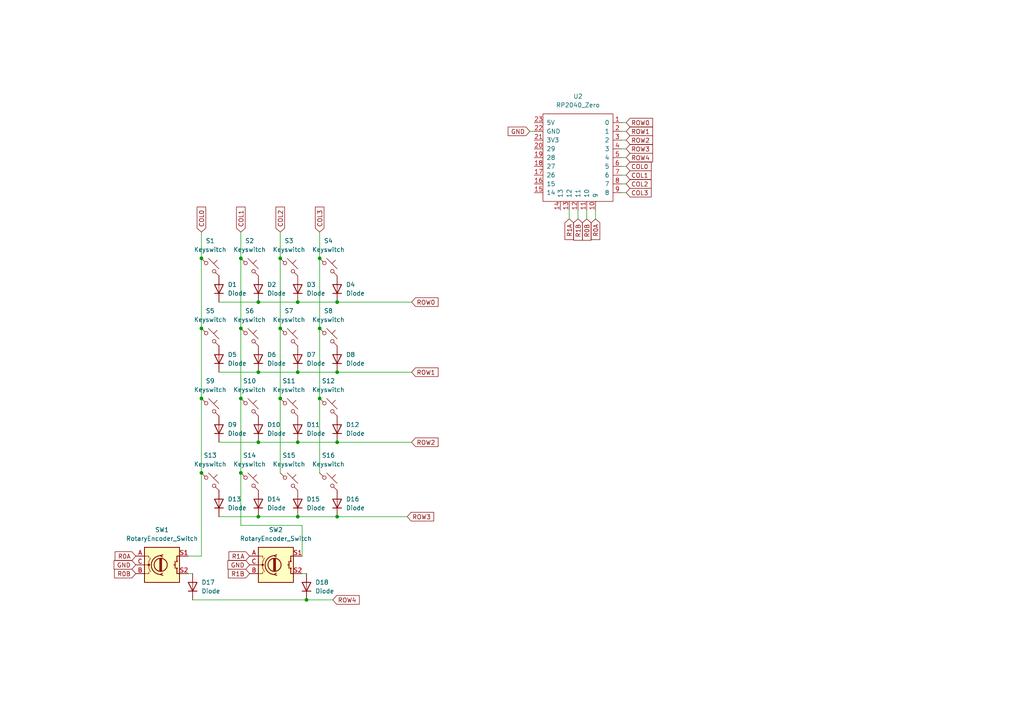
<source format=kicad_sch>
(kicad_sch (version 20231120) (generator "eeschema") (generator_version "8.0")
  (paper "A4")
  (lib_symbols
    (symbol "Device:RotaryEncoder_Switch" (pin_names (offset 0.254) hide)
      (property "Reference" "SW" (at 0 6.604 0))
      (property "Value" "RotaryEncoder_Switch" (at 0 -6.604 0))
      (symbol "RotaryEncoder_Switch_0_1"
        (rectangle (start -5.08 5.08) (end 5.08 -5.08) (stroke (width 0.254)) (fill (type background)))
        (circle (center -3.81 0) (radius 0.254) (fill (type outline)))
        (circle (center -0.381 0) (radius 1.905) (stroke (width 0.254)))
        (arc (start -0.381 2.667) (mid -3.0988 -0.0635) (end -0.381 -2.794) (stroke (width 0.254)))
        (polyline (pts (xy -0.635 -1.778) (xy -0.635 1.778)) (stroke (width 0.254)))
        (polyline (pts (xy -0.381 -1.778) (xy -0.381 1.778)) (stroke (width 0.254)))
        (polyline (pts (xy -0.127 1.778) (xy -0.127 -1.778)) (stroke (width 0.254)))
        (polyline (pts (xy 3.81 0) (xy 3.429 0)) (stroke (width 0.254)))
        (polyline (pts (xy 3.81 1.016) (xy 3.81 -1.016)) (stroke (width 0.254)))
        (polyline (pts (xy -5.08 -2.54) (xy -3.81 -2.54) (xy -3.81 -2.032)))
        (polyline (pts (xy -5.08 2.54) (xy -3.81 2.54) (xy -3.81 2.032)))
        (polyline (pts (xy 0.254 -3.048) (xy -0.508 -2.794) (xy 0.127 -2.413)) (stroke (width 0.254)))
        (polyline (pts (xy 0.254 2.921) (xy -0.508 2.667) (xy 0.127 2.286)) (stroke (width 0.254)))
        (polyline (pts (xy 5.08 -2.54) (xy 4.318 -2.54) (xy 4.318 -1.016)) (stroke (width 0.254)))
        (polyline (pts (xy 5.08 2.54) (xy 4.318 2.54) (xy 4.318 1.016)) (stroke (width 0.254)))
        (polyline (pts (xy -5.08 0) (xy -3.81 0) (xy -3.81 -1.016) (xy -3.302 -2.032)))
        (polyline (pts (xy -4.318 0) (xy -3.81 0) (xy -3.81 1.016) (xy -3.302 2.032)))
        (circle (center 4.318 -1.016) (radius 0.127) (stroke (width 0.254)))
        (circle (center 4.318 1.016) (radius 0.127) (stroke (width 0.254)))
      )
      (symbol "RotaryEncoder_Switch_1_1"
        (pin passive line (at -7.62 2.54 0) (length 2.54) (name "A") (number "A"))
        (pin passive line (at -7.62 -2.54 0) (length 2.54) (name "B") (number "B"))
        (pin passive line (at -7.62 0 0) (length 2.54) (name "C") (number "C"))
        (pin passive line (at 7.62 2.54 180) (length 2.54) (name "S1") (number "S1"))
        (pin passive line (at 7.62 -2.54 180) (length 2.54) (name "S2") (number "S2"))
      )
    )
    (symbol "ScottoKeebs:MCU_RP2040_Zero" (pin_names (offset 1.016))
      (property "Reference" "U" (at 0 15.24 0))
      (property "Value" "RP2040_Zero" (at 0 12.7 0))
      (symbol "MCU_RP2040_Zero_0_1"
        (rectangle (start -10.16 11.43) (end 10.16 -13.97))
      )
      (symbol "MCU_RP2040_Zero_1_1"
        (pin bidirectional line (at 12.7 8.89 180) (length 2.54) (name "0") (number "1"))
        (pin bidirectional line (at 5.08 -16.51 90) (length 2.54) (name "9") (number "10"))
        (pin bidirectional line (at 2.54 -16.51 90) (length 2.54) (name "10") (number "11"))
        (pin bidirectional line (at 0 -16.51 90) (length 2.54) (name "11") (number "12"))
        (pin bidirectional line (at -2.54 -16.51 90) (length 2.54) (name "12") (number "13"))
        (pin bidirectional line (at -5.08 -16.51 90) (length 2.54) (name "13") (number "14"))
        (pin bidirectional line (at -12.7 -11.43 0) (length 2.54) (name "14") (number "15"))
        (pin bidirectional line (at -12.7 -8.89 0) (length 2.54) (name "15") (number "16"))
        (pin bidirectional line (at -12.7 -6.35 0) (length 2.54) (name "26") (number "17"))
        (pin bidirectional line (at -12.7 -3.81 0) (length 2.54) (name "27") (number "18"))
        (pin bidirectional line (at -12.7 -1.27 0) (length 2.54) (name "28") (number "19"))
        (pin bidirectional line (at 12.7 6.35 180) (length 2.54) (name "1") (number "2"))
        (pin bidirectional line (at -12.7 1.27 0) (length 2.54) (name "29") (number "20"))
        (pin power_out line (at -12.7 3.81 0) (length 2.54) (name "3V3") (number "21"))
        (pin power_out line (at -12.7 6.35 0) (length 2.54) (name "GND") (number "22"))
        (pin power_out line (at -12.7 8.89 0) (length 2.54) (name "5V") (number "23"))
        (pin bidirectional line (at 12.7 3.81 180) (length 2.54) (name "2") (number "3"))
        (pin bidirectional line (at 12.7 1.27 180) (length 2.54) (name "3") (number "4"))
        (pin bidirectional line (at 12.7 -1.27 180) (length 2.54) (name "4") (number "5"))
        (pin bidirectional line (at 12.7 -3.81 180) (length 2.54) (name "5") (number "6"))
        (pin bidirectional line (at 12.7 -6.35 180) (length 2.54) (name "6") (number "7"))
        (pin bidirectional line (at 12.7 -8.89 180) (length 2.54) (name "7") (number "8"))
        (pin bidirectional line (at 12.7 -11.43 180) (length 2.54) (name "8") (number "9"))
      )
    )
    (symbol "ScottoKeebs:Placeholder_Diode" (pin_numbers hide) (pin_names hide)
      (property "Reference" "D" (at 0 2.54 0))
      (property "Value" "Diode" (at 0 -2.54 0))
      (symbol "Placeholder_Diode_0_1"
        (polyline (pts (xy -1.27 1.27) (xy -1.27 -1.27)) (stroke (width 0.254)))
        (polyline (pts (xy 1.27 0) (xy -1.27 0)))
        (polyline (pts (xy 1.27 1.27) (xy 1.27 -1.27) (xy -1.27 0) (xy 1.27 1.27)) (stroke (width 0.254)))
      )
      (symbol "Placeholder_Diode_1_1"
        (pin passive line (at -3.81 0 0) (length 2.54) (name "K") (number "1"))
        (pin passive line (at 3.81 0 180) (length 2.54) (name "A") (number "2"))
      )
    )
    (symbol "ScottoKeebs:Placeholder_Keyswitch" (pin_numbers hide) (pin_names (offset 1.016) hide)
      (property "Reference" "S" (at 3.048 1.016 0))
      (property "Value" "Keyswitch" (at 0 -3.81 0))
      (symbol "Placeholder_Keyswitch_0_1"
        (circle (center -1.1684 1.1684) (radius 0.508))
        (polyline (pts (xy -0.508 2.54) (xy 2.54 -0.508)))
        (polyline (pts (xy 1.016 1.016) (xy 2.032 2.032)))
        (polyline (pts (xy -2.54 2.54) (xy -1.524 1.524) (xy -1.524 1.524)))
        (polyline (pts (xy 1.524 -1.524) (xy 2.54 -2.54) (xy 2.54 -2.54) (xy 2.54 -2.54)))
        (circle (center 1.143 -1.1938) (radius 0.508))
        (pin passive line (at -2.54 2.54 0) (length 0) (name "1") (number "1"))
        (pin passive line (at 2.54 -2.54 180) (length 0) (name "2") (number "2"))
      )
    )
  )
  (junction (at 81.28 115.57))
  (junction (at 81.28 95.25))
  (junction (at 81.28 74.93))
  (junction (at 58.42 137.16))
  (junction (at 69.85 95.25))
  (junction (at 86.36 128.27))
  (junction (at 74.93 128.27))
  (junction (at 58.42 95.25))
  (junction (at 74.93 107.95))
  (junction (at 69.85 137.16))
  (junction (at 92.71 115.57))
  (junction (at 69.85 74.93))
  (junction (at 97.79 107.95))
  (junction (at 92.71 95.25))
  (junction (at 74.93 149.86))
  (junction (at 86.36 149.86))
  (junction (at 97.79 128.27))
  (junction (at 69.85 115.57))
  (junction (at 92.71 74.93))
  (junction (at 58.42 74.93))
  (junction (at 88.9 173.99))
  (junction (at 58.42 115.57))
  (junction (at 86.36 107.95))
  (junction (at 97.79 87.63))
  (junction (at 97.79 149.86))
  (junction (at 86.36 87.63))
  (junction (at 74.93 87.63))
  (wire (pts (xy 181.61 35.56) (xy 180.34 35.56)))
  (wire (pts (xy 69.85 152.4) (xy 87.63 152.4)))
  (wire (pts (xy 92.71 74.93) (xy 92.71 95.25)))
  (wire (pts (xy 69.85 115.57) (xy 69.85 137.16)))
  (wire (pts (xy 86.36 149.86) (xy 97.79 149.86)))
  (wire (pts (xy 81.28 67.31) (xy 81.28 74.93)))
  (wire (pts (xy 69.85 74.93) (xy 69.85 95.25)))
  (wire (pts (xy 153.67 38.1) (xy 154.94 38.1)))
  (wire (pts (xy 92.71 115.57) (xy 92.71 137.16)))
  (wire (pts (xy 81.28 74.93) (xy 81.28 95.25)))
  (wire (pts (xy 63.5 87.63) (xy 74.93 87.63)))
  (wire (pts (xy 118.11 149.86) (xy 97.79 149.86)))
  (wire (pts (xy 181.61 55.88) (xy 180.34 55.88)))
  (wire (pts (xy 165.1 63.5) (xy 165.1 60.96)))
  (wire (pts (xy 55.88 166.37) (xy 54.61 166.37)))
  (wire (pts (xy 58.42 74.93) (xy 58.42 95.25)))
  (wire (pts (xy 69.85 67.31) (xy 69.85 74.93)))
  (wire (pts (xy 74.93 128.27) (xy 86.36 128.27)))
  (wire (pts (xy 181.61 45.72) (xy 180.34 45.72)))
  (wire (pts (xy 63.5 107.95) (xy 74.93 107.95)))
  (wire (pts (xy 86.36 107.95) (xy 97.79 107.95)))
  (wire (pts (xy 69.85 95.25) (xy 69.85 115.57)))
  (wire (pts (xy 86.36 128.27) (xy 97.79 128.27)))
  (wire (pts (xy 88.9 173.99) (xy 96.52 173.99)))
  (wire (pts (xy 167.64 63.5) (xy 167.64 60.96)))
  (wire (pts (xy 92.71 67.31) (xy 92.71 74.93)))
  (wire (pts (xy 181.61 40.64) (xy 180.34 40.64)))
  (wire (pts (xy 181.61 48.26) (xy 180.34 48.26)))
  (wire (pts (xy 181.61 43.18) (xy 180.34 43.18)))
  (wire (pts (xy 74.93 149.86) (xy 86.36 149.86)))
  (wire (pts (xy 87.63 152.4) (xy 87.63 161.29)))
  (wire (pts (xy 119.38 128.27) (xy 97.79 128.27)))
  (wire (pts (xy 97.79 107.95) (xy 119.38 107.95)))
  (wire (pts (xy 74.93 87.63) (xy 86.36 87.63)))
  (wire (pts (xy 170.18 63.5) (xy 170.18 60.96)))
  (wire (pts (xy 172.72 63.5) (xy 172.72 60.96)))
  (wire (pts (xy 74.93 107.95) (xy 86.36 107.95)))
  (wire (pts (xy 58.42 137.16) (xy 58.42 161.29)))
  (wire (pts (xy 58.42 95.25) (xy 58.42 115.57)))
  (wire (pts (xy 55.88 173.99) (xy 88.9 173.99)))
  (wire (pts (xy 58.42 67.31) (xy 58.42 74.93)))
  (wire (pts (xy 69.85 137.16) (xy 69.85 152.4)))
  (wire (pts (xy 58.42 115.57) (xy 58.42 137.16)))
  (wire (pts (xy 81.28 95.25) (xy 81.28 115.57)))
  (wire (pts (xy 92.71 95.25) (xy 92.71 115.57)))
  (wire (pts (xy 181.61 38.1) (xy 180.34 38.1)))
  (wire (pts (xy 181.61 53.34) (xy 180.34 53.34)))
  (wire (pts (xy 97.79 87.63) (xy 119.38 87.63)))
  (wire (pts (xy 63.5 128.27) (xy 74.93 128.27)))
  (wire (pts (xy 54.61 161.29) (xy 58.42 161.29)))
  (wire (pts (xy 88.9 166.37) (xy 87.63 166.37)))
  (wire (pts (xy 86.36 87.63) (xy 97.79 87.63)))
  (wire (pts (xy 81.28 115.57) (xy 81.28 137.16)))
  (wire (pts (xy 181.61 50.8) (xy 180.34 50.8)))
  (wire (pts (xy 63.5 149.86) (xy 74.93 149.86)))
  (global_label "GND" (shape input) (at 153.67 38.1 180) (property "Intersheetrefs" "${INTERSHEET_REFS}" (effects (hide yes))))
  (global_label "R1B" (shape input) (at 72.39 166.37 180) (property "Intersheetrefs" "${INTERSHEET_REFS}" (effects (hide yes))))
  (global_label "ROW1" (shape input) (at 181.61 38.1 0) (property "Intersheetrefs" "${INTERSHEET_REFS}" (effects (hide yes))))
  (global_label "COL0" (shape input) (at 58.42 67.31 90) (property "Intersheetrefs" "${INTERSHEET_REFS}" (effects (hide yes))))
  (global_label "COL2" (shape input) (at 181.61 53.34 0) (property "Intersheetrefs" "${INTERSHEET_REFS}" (effects (hide yes))))
  (global_label "ROW1" (shape input) (at 119.38 107.95 0) (property "Intersheetrefs" "${INTERSHEET_REFS}" (effects (hide yes))))
  (global_label "GND" (shape input) (at 39.37 163.83 180) (property "Intersheetrefs" "${INTERSHEET_REFS}" (effects (hide yes))))
  (global_label "COL0" (shape input) (at 181.61 48.26 0) (property "Intersheetrefs" "${INTERSHEET_REFS}" (effects (hide yes))))
  (global_label "R1A" (shape input) (at 72.39 161.29 180) (property "Intersheetrefs" "${INTERSHEET_REFS}" (effects (hide yes))))
  (global_label "R0A" (shape input) (at 39.37 161.29 180) (property "Intersheetrefs" "${INTERSHEET_REFS}" (effects (hide yes))))
  (global_label "ROW4" (shape input) (at 181.61 45.72 0) (property "Intersheetrefs" "${INTERSHEET_REFS}" (effects (hide yes))))
  (global_label "COL3" (shape input) (at 181.61 55.88 0) (property "Intersheetrefs" "${INTERSHEET_REFS}" (effects (hide yes))))
  (global_label "ROW3" (shape input) (at 181.61 43.18 0) (property "Intersheetrefs" "${INTERSHEET_REFS}" (effects (hide yes))))
  (global_label "ROW0" (shape input) (at 181.61 35.56 0) (property "Intersheetrefs" "${INTERSHEET_REFS}" (effects (hide yes))))
  (global_label "COL1" (shape input) (at 69.85 67.31 90) (property "Intersheetrefs" "${INTERSHEET_REFS}" (effects (hide yes))))
  (global_label "ROW2" (shape input) (at 119.38 128.27 0) (property "Intersheetrefs" "${INTERSHEET_REFS}" (effects (hide yes))))
  (global_label "R1B" (shape input) (at 167.64 63.5 270) (property "Intersheetrefs" "${INTERSHEET_REFS}" (effects (hide yes))))
  (global_label "ROW0" (shape input) (at 119.38 87.63 0) (property "Intersheetrefs" "${INTERSHEET_REFS}" (effects (hide yes))))
  (global_label "R0A" (shape input) (at 172.72 63.5 270) (property "Intersheetrefs" "${INTERSHEET_REFS}" (effects (hide yes))))
  (global_label "COL1" (shape input) (at 181.61 50.8 0) (property "Intersheetrefs" "${INTERSHEET_REFS}" (effects (hide yes))))
  (global_label "COL3" (shape input) (at 92.71 67.31 90) (property "Intersheetrefs" "${INTERSHEET_REFS}" (effects (hide yes))))
  (global_label "GND" (shape input) (at 72.39 163.83 180) (property "Intersheetrefs" "${INTERSHEET_REFS}" (effects (hide yes))))
  (global_label "ROW2" (shape input) (at 181.61 40.64 0) (property "Intersheetrefs" "${INTERSHEET_REFS}" (effects (hide yes))))
  (global_label "ROW3" (shape input) (at 118.11 149.86 0) (property "Intersheetrefs" "${INTERSHEET_REFS}" (effects (hide yes))))
  (global_label "R0B" (shape input) (at 39.37 166.37 180) (property "Intersheetrefs" "${INTERSHEET_REFS}" (effects (hide yes))))
  (global_label "R1A" (shape input) (at 165.1 63.5 270) (property "Intersheetrefs" "${INTERSHEET_REFS}" (effects (hide yes))))
  (global_label "ROW4" (shape input) (at 96.52 173.99 0) (property "Intersheetrefs" "${INTERSHEET_REFS}" (effects (hide yes))))
  (global_label "COL2" (shape input) (at 81.28 67.31 90) (property "Intersheetrefs" "${INTERSHEET_REFS}" (effects (hide yes))))
  (global_label "R0B" (shape input) (at 170.18 63.5 270) (property "Intersheetrefs" "${INTERSHEET_REFS}" (effects (hide yes))))
  (symbol (lib_id "ScottoKeebs:Placeholder_Keyswitch") (at 60.96 118.11 0) (unit 1)
    (property "Reference" "S9" (at 60.96 110.49 0))
    (property "Value" "Keyswitch" (at 60.96 113.03 0))
    (property "Footprint" "own:SW_Redragon_LowProfile_PCB_1.00u" (effects (hide yes)))
  )
  (symbol (lib_id "ScottoKeebs:Placeholder_Keyswitch") (at 83.82 77.47 0) (unit 1)
    (property "Reference" "S3" (at 83.82 69.85 0))
    (property "Value" "Keyswitch" (at 83.82 72.39 0))
    (property "Footprint" "own:SW_Redragon_LowProfile_PCB_1.00u" (effects (hide yes)))
  )
  (symbol (lib_id "ScottoKeebs:Placeholder_Diode") (at 97.79 83.82 90) (unit 1)
    (property "Reference" "D4" (at 100.33 82.55 90) (effects (justify right)))
    (property "Value" "Diode" (at 100.33 85.09 90) (effects (justify right)))
    (property "Footprint" "kbd:D3_TH_SMD_v2" (effects (hide yes)))
    (property "Sim.Device" "D" (effects (hide yes)))
    (property "Sim.Pins" "1=K 2=A" (effects (hide yes)))
  )
  (symbol (lib_id "ScottoKeebs:Placeholder_Diode") (at 63.5 124.46 90) (unit 1)
    (property "Reference" "D9" (at 66.04 123.19 90) (effects (justify right)))
    (property "Value" "Diode" (at 66.04 125.73 90) (effects (justify right)))
    (property "Footprint" "kbd:D3_TH_SMD_v2" (effects (hide yes)))
    (property "Sim.Device" "D" (effects (hide yes)))
    (property "Sim.Pins" "1=K 2=A" (effects (hide yes)))
  )
  (symbol (lib_id "ScottoKeebs:Placeholder_Diode") (at 97.79 124.46 90) (unit 1)
    (property "Reference" "D12" (at 100.33 123.19 90) (effects (justify right)))
    (property "Value" "Diode" (at 100.33 125.73 90) (effects (justify right)))
    (property "Footprint" "kbd:D3_TH_SMD_v2" (effects (hide yes)))
    (property "Sim.Device" "D" (effects (hide yes)))
    (property "Sim.Pins" "1=K 2=A" (effects (hide yes)))
  )
  (symbol (lib_id "ScottoKeebs:Placeholder_Diode") (at 86.36 124.46 90) (unit 1)
    (property "Reference" "D11" (at 88.9 123.19 90) (effects (justify right)))
    (property "Value" "Diode" (at 88.9 125.73 90) (effects (justify right)))
    (property "Footprint" "kbd:D3_TH_SMD_v2" (effects (hide yes)))
    (property "Sim.Device" "D" (effects (hide yes)))
    (property "Sim.Pins" "1=K 2=A" (effects (hide yes)))
  )
  (symbol (lib_id "ScottoKeebs:Placeholder_Diode") (at 88.9 170.18 90) (unit 1)
    (property "Reference" "D18" (at 91.44 168.91 90) (effects (justify right)))
    (property "Value" "Diode" (at 91.44 171.45 90) (effects (justify right)))
    (property "Footprint" "kbd:D3_TH_SMD_v2" (effects (hide yes)))
    (property "Sim.Device" "D" (effects (hide yes)))
    (property "Sim.Pins" "1=K 2=A" (effects (hide yes)))
  )
  (symbol (lib_id "ScottoKeebs:Placeholder_Diode") (at 97.79 146.05 90) (unit 1)
    (property "Reference" "D16" (at 100.33 144.78 90) (effects (justify right)))
    (property "Value" "Diode" (at 100.33 147.32 90) (effects (justify right)))
    (property "Footprint" "kbd:D3_TH_SMD_v2" (effects (hide yes)))
    (property "Sim.Device" "D" (effects (hide yes)))
    (property "Sim.Pins" "1=K 2=A" (effects (hide yes)))
  )
  (symbol (lib_id "ScottoKeebs:Placeholder_Diode") (at 86.36 83.82 90) (unit 1)
    (property "Reference" "D3" (at 88.9 82.55 90) (effects (justify right)))
    (property "Value" "Diode" (at 88.9 85.09 90) (effects (justify right)))
    (property "Footprint" "kbd:D3_TH_SMD_v2" (effects (hide yes)))
    (property "Sim.Device" "D" (effects (hide yes)))
    (property "Sim.Pins" "1=K 2=A" (effects (hide yes)))
  )
  (symbol (lib_id "ScottoKeebs:Placeholder_Diode") (at 86.36 146.05 90) (unit 1)
    (property "Reference" "D15" (at 88.9 144.78 90) (effects (justify right)))
    (property "Value" "Diode" (at 88.9 147.32 90) (effects (justify right)))
    (property "Footprint" "kbd:D3_TH_SMD_v2" (effects (hide yes)))
    (property "Sim.Device" "D" (effects (hide yes)))
    (property "Sim.Pins" "1=K 2=A" (effects (hide yes)))
  )
  (symbol (lib_id "ScottoKeebs:Placeholder_Diode") (at 63.5 83.82 90) (unit 1)
    (property "Reference" "D1" (at 66.04 82.55 90) (effects (justify right)))
    (property "Value" "Diode" (at 66.04 85.09 90) (effects (justify right)))
    (property "Footprint" "kbd:D3_TH_SMD_v2" (effects (hide yes)))
    (property "Sim.Device" "D" (effects (hide yes)))
    (property "Sim.Pins" "1=K 2=A" (effects (hide yes)))
  )
  (symbol (lib_id "Device:RotaryEncoder_Switch") (at 46.99 163.83 0) (unit 1)
    (property "Reference" "SW1" (at 46.99 153.67 0))
    (property "Value" "RotaryEncoder_Switch" (at 46.99 156.21 0))
    (property "Footprint" "Rotary_Encoder:RotaryEncoder_Alps_EC11E-Switch_Vertical_H20mm" (effects (hide yes)))
  )
  (symbol (lib_id "ScottoKeebs:Placeholder_Keyswitch") (at 83.82 118.11 0) (unit 1)
    (property "Reference" "S11" (at 83.82 110.49 0))
    (property "Value" "Keyswitch" (at 83.82 113.03 0))
    (property "Footprint" "own:SW_Redragon_LowProfile_PCB_1.00u" (effects (hide yes)))
  )
  (symbol (lib_id "ScottoKeebs:Placeholder_Keyswitch") (at 95.25 139.7 0) (unit 1)
    (property "Reference" "S16" (at 95.25 132.08 0))
    (property "Value" "Keyswitch" (at 95.25 134.62 0))
    (property "Footprint" "own:SW_Redragon_LowProfile_PCB_1.00u" (effects (hide yes)))
  )
  (symbol (lib_id "ScottoKeebs:Placeholder_Keyswitch") (at 83.82 139.7 0) (unit 1)
    (property "Reference" "S15" (at 83.82 132.08 0))
    (property "Value" "Keyswitch" (at 83.82 134.62 0))
    (property "Footprint" "own:SW_Redragon_LowProfile_PCB_1.00u" (effects (hide yes)))
  )
  (symbol (lib_id "ScottoKeebs:Placeholder_Keyswitch") (at 95.25 97.79 0) (unit 1)
    (property "Reference" "S8" (at 95.25 90.17 0))
    (property "Value" "Keyswitch" (at 95.25 92.71 0))
    (property "Footprint" "own:SW_Redragon_LowProfile_PCB_1.00u" (effects (hide yes)))
  )
  (symbol (lib_id "ScottoKeebs:Placeholder_Diode") (at 86.36 104.14 90) (unit 1)
    (property "Reference" "D7" (at 88.9 102.87 90) (effects (justify right)))
    (property "Value" "Diode" (at 88.9 105.41 90) (effects (justify right)))
    (property "Footprint" "kbd:D3_TH_SMD_v2" (effects (hide yes)))
    (property "Sim.Device" "D" (effects (hide yes)))
    (property "Sim.Pins" "1=K 2=A" (effects (hide yes)))
  )
  (symbol (lib_id "ScottoKeebs:Placeholder_Keyswitch") (at 60.96 77.47 0) (unit 1)
    (property "Reference" "S1" (at 60.96 69.85 0))
    (property "Value" "Keyswitch" (at 60.96 72.39 0))
    (property "Footprint" "own:SW_Redragon_LowProfile_PCB_1.00u" (effects (hide yes)))
  )
  (symbol (lib_id "ScottoKeebs:Placeholder_Keyswitch") (at 60.96 139.7 0) (unit 1)
    (property "Reference" "S13" (at 60.96 132.08 0))
    (property "Value" "Keyswitch" (at 60.96 134.62 0))
    (property "Footprint" "own:SW_Redragon_LowProfile_PCB_1.00u" (effects (hide yes)))
  )
  (symbol (lib_id "ScottoKeebs:Placeholder_Diode") (at 74.93 104.14 90) (unit 1)
    (property "Reference" "D6" (at 77.47 102.87 90) (effects (justify right)))
    (property "Value" "Diode" (at 77.47 105.41 90) (effects (justify right)))
    (property "Footprint" "kbd:D3_TH_SMD_v2" (effects (hide yes)))
    (property "Sim.Device" "D" (effects (hide yes)))
    (property "Sim.Pins" "1=K 2=A" (effects (hide yes)))
  )
  (symbol (lib_id "ScottoKeebs:Placeholder_Diode") (at 63.5 146.05 90) (unit 1)
    (property "Reference" "D13" (at 66.04 144.78 90) (effects (justify right)))
    (property "Value" "Diode" (at 66.04 147.32 90) (effects (justify right)))
    (property "Footprint" "kbd:D3_TH_SMD_v2" (effects (hide yes)))
    (property "Sim.Device" "D" (effects (hide yes)))
    (property "Sim.Pins" "1=K 2=A" (effects (hide yes)))
  )
  (symbol (lib_id "ScottoKeebs:Placeholder_Diode") (at 97.79 104.14 90) (unit 1)
    (property "Reference" "D8" (at 100.33 102.87 90) (effects (justify right)))
    (property "Value" "Diode" (at 100.33 105.41 90) (effects (justify right)))
    (property "Footprint" "kbd:D3_TH_SMD_v2" (effects (hide yes)))
    (property "Sim.Device" "D" (effects (hide yes)))
    (property "Sim.Pins" "1=K 2=A" (effects (hide yes)))
  )
  (symbol (lib_id "ScottoKeebs:Placeholder_Keyswitch") (at 72.39 97.79 0) (unit 1)
    (property "Reference" "S6" (at 72.39 90.17 0))
    (property "Value" "Keyswitch" (at 72.39 92.71 0))
    (property "Footprint" "own:SW_Redragon_LowProfile_PCB_1.00u" (effects (hide yes)))
  )
  (symbol (lib_id "ScottoKeebs:Placeholder_Keyswitch") (at 95.25 118.11 0) (unit 1)
    (property "Reference" "S12" (at 95.25 110.49 0))
    (property "Value" "Keyswitch" (at 95.25 113.03 0))
    (property "Footprint" "own:SW_Redragon_LowProfile_PCB_1.00u" (effects (hide yes)))
  )
  (symbol (lib_id "ScottoKeebs:Placeholder_Diode") (at 55.88 170.18 90) (unit 1)
    (property "Reference" "D17" (at 58.42 168.91 90) (effects (justify right)))
    (property "Value" "Diode" (at 58.42 171.45 90) (effects (justify right)))
    (property "Footprint" "kbd:D3_TH_SMD_v2" (effects (hide yes)))
    (property "Sim.Device" "D" (effects (hide yes)))
    (property "Sim.Pins" "1=K 2=A" (effects (hide yes)))
  )
  (symbol (lib_id "Device:RotaryEncoder_Switch") (at 80.01 163.83 0) (unit 1)
    (property "Reference" "SW2" (at 80.01 153.67 0))
    (property "Value" "RotaryEncoder_Switch" (at 80.01 156.21 0))
    (property "Footprint" "Rotary_Encoder:RotaryEncoder_Alps_EC11E-Switch_Vertical_H20mm" (effects (hide yes)))
  )
  (symbol (lib_id "ScottoKeebs:Placeholder_Keyswitch") (at 72.39 77.47 0) (unit 1)
    (property "Reference" "S2" (at 72.39 69.85 0))
    (property "Value" "Keyswitch" (at 72.39 72.39 0))
    (property "Footprint" "own:SW_Redragon_LowProfile_PCB_1.00u" (effects (hide yes)))
  )
  (symbol (lib_id "ScottoKeebs:Placeholder_Keyswitch") (at 60.96 97.79 0) (unit 1)
    (property "Reference" "S5" (at 60.96 90.17 0))
    (property "Value" "Keyswitch" (at 60.96 92.71 0))
    (property "Footprint" "own:SW_Redragon_LowProfile_PCB_1.00u" (effects (hide yes)))
  )
  (symbol (lib_id "ScottoKeebs:Placeholder_Diode") (at 74.93 124.46 90) (unit 1)
    (property "Reference" "D10" (at 77.47 123.19 90) (effects (justify right)))
    (property "Value" "Diode" (at 77.47 125.73 90) (effects (justify right)))
    (property "Footprint" "kbd:D3_TH_SMD_v2" (effects (hide yes)))
    (property "Sim.Device" "D" (effects (hide yes)))
    (property "Sim.Pins" "1=K 2=A" (effects (hide yes)))
  )
  (symbol (lib_id "ScottoKeebs:Placeholder_Keyswitch") (at 72.39 118.11 0) (unit 1)
    (property "Reference" "S10" (at 72.39 110.49 0))
    (property "Value" "Keyswitch" (at 72.39 113.03 0))
    (property "Footprint" "own:SW_Redragon_LowProfile_PCB_1.00u" (effects (hide yes)))
  )
  (symbol (lib_id "ScottoKeebs:Placeholder_Diode") (at 74.93 83.82 90) (unit 1)
    (property "Reference" "D2" (at 77.47 82.55 90) (effects (justify right)))
    (property "Value" "Diode" (at 77.47 85.09 90) (effects (justify right)))
    (property "Footprint" "kbd:D3_TH_SMD_v2" (effects (hide yes)))
    (property "Sim.Device" "D" (effects (hide yes)))
    (property "Sim.Pins" "1=K 2=A" (effects (hide yes)))
  )
  (symbol (lib_id "ScottoKeebs:MCU_RP2040_Zero") (at 167.64 44.45 0) (unit 1)
    (property "Reference" "U2" (at 167.64 27.94 0))
    (property "Value" "RP2040_Zero" (at 167.64 30.48 0))
    (property "Footprint" "ScottoKeebs_MCU:RP2040_Zero" (effects (hide yes)))
  )
  (symbol (lib_id "ScottoKeebs:Placeholder_Diode") (at 74.93 146.05 90) (unit 1)
    (property "Reference" "D14" (at 77.47 144.78 90) (effects (justify right)))
    (property "Value" "Diode" (at 77.47 147.32 90) (effects (justify right)))
    (property "Footprint" "kbd:D3_TH_SMD_v2" (effects (hide yes)))
    (property "Sim.Device" "D" (effects (hide yes)))
    (property "Sim.Pins" "1=K 2=A" (effects (hide yes)))
  )
  (symbol (lib_id "ScottoKeebs:Placeholder_Diode") (at 63.5 104.14 90) (unit 1)
    (property "Reference" "D5" (at 66.04 102.87 90) (effects (justify right)))
    (property "Value" "Diode" (at 66.04 105.41 90) (effects (justify right)))
    (property "Footprint" "kbd:D3_TH_SMD_v2" (effects (hide yes)))
    (property "Sim.Device" "D" (effects (hide yes)))
    (property "Sim.Pins" "1=K 2=A" (effects (hide yes)))
  )
  (symbol (lib_id "ScottoKeebs:Placeholder_Keyswitch") (at 83.82 97.79 0) (unit 1)
    (property "Reference" "S7" (at 83.82 90.17 0))
    (property "Value" "Keyswitch" (at 83.82 92.71 0))
    (property "Footprint" "own:SW_Redragon_LowProfile_PCB_1.00u" (effects (hide yes)))
  )
  (symbol (lib_id "ScottoKeebs:Placeholder_Keyswitch") (at 95.25 77.47 0) (unit 1)
    (property "Reference" "S4" (at 95.25 69.85 0))
    (property "Value" "Keyswitch" (at 95.25 72.39 0))
    (property "Footprint" "own:SW_Redragon_LowProfile_PCB_1.00u" (effects (hide yes)))
  )
  (symbol (lib_id "ScottoKeebs:Placeholder_Keyswitch") (at 72.39 139.7 0) (unit 1)
    (property "Reference" "S14" (at 72.39 132.08 0))
    (property "Value" "Keyswitch" (at 72.39 134.62 0))
    (property "Footprint" "own:SW_Redragon_LowProfile_PCB_1.00u" (effects (hide yes)))
  )
)
</source>
